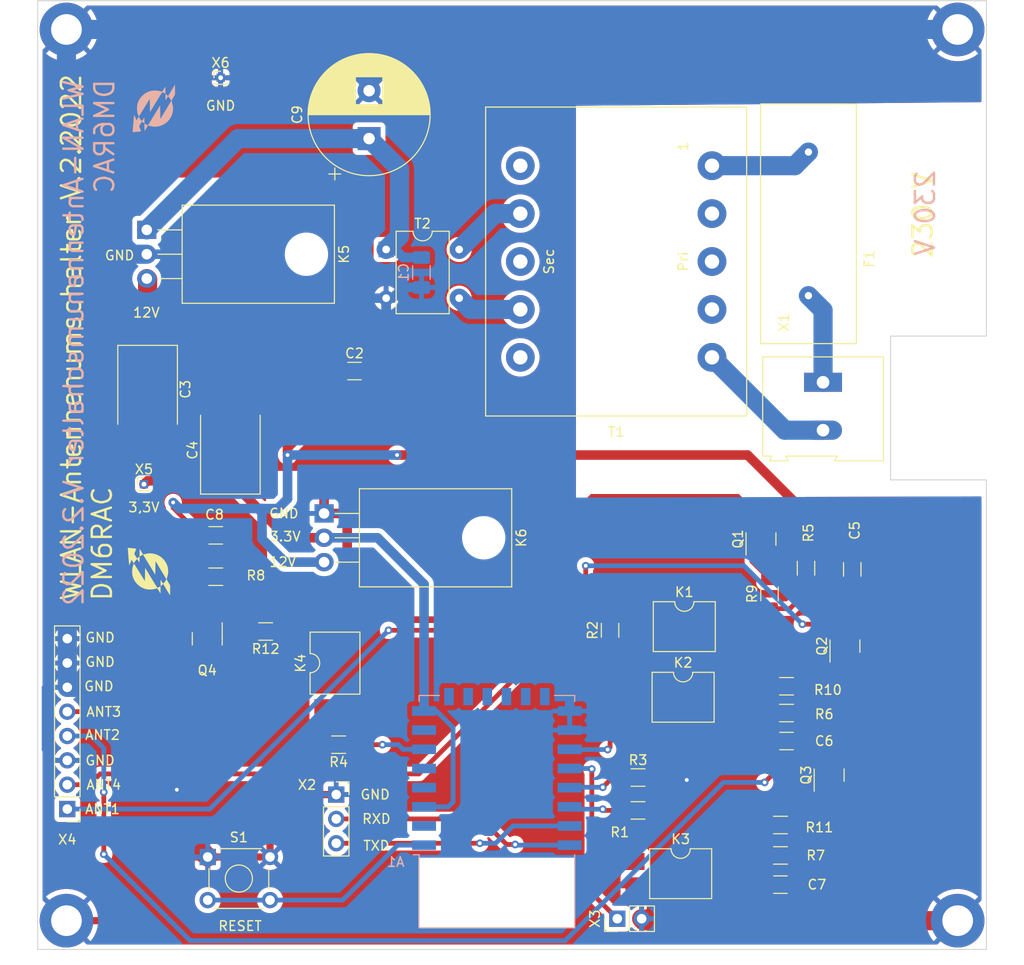
<source format=kicad_pcb>
(kicad_pcb (version 20211014) (generator pcbnew)
  (layers (0 "F.Cu" signal) (31 "B.Cu" signal) (34 "B.Paste" user) (35 "F.Paste" user) (36 "B.SilkS" user "B.Silkscreen") (37 "F.SilkS" user "F.Silkscreen") (38 "B.Mask" user) (39 "F.Mask" user) (44 "Edge.Cuts" user))
  (net 0 "")
  (net 1 "Net-(A1-Pad1)")
  (net 3 "+3V3")
  (net 6 "Net-(A1-Pad6)")
  (net 14 "GND")
  (net 15 "Net-(A1-Pad17)")
  (net 16 "Net-(A1-Pad18)")
  (net 17 "Net-(A1-Pad19)")
  (net 18 "Net-(A1-Pad20)")
  (net 19 "/TXD")
  (net 20 "/RXD")
  (net 21 "Net-(C1-Pad1)")
  (net 22 "+12V")
  (net 23 "Net-(C5-Pad2)")
  (net 24 "Net-(C6-Pad2)")
  (net 25 "Net-(C7-Pad2)")
  (net 26 "Net-(C8-Pad2)")
  (net 27 "Net-(F1-Pad1)")
  (net 28 "Net-(F1-Pad2)")
  (net 29 "Net-(K2-Pad1)")
  (net 30 "Net-(K3-Pad1)")
  (net 31 "Net-(K4-Pad1)")
  (net 32 "Net-(Q1-Pad1)")
  (net 33 "Net-(Q1-Pad3)")
  (net 34 "Net-(Q2-Pad1)")
  (net 35 "Net-(Q2-Pad3)")
  (net 36 "Net-(Q3-Pad1)")
  (net 37 "Net-(Q3-Pad3)")
  (net 38 "Net-(Q4-Pad1)")
  (net 39 "Net-(Q4-Pad3)")
  (net 40 "Net-(R2-Pad2)")
  (net 41 "Net-(T1-Pad5)")
  (net 42 "Net-(T1-Pad7)")
  (net 43 "Net-(T1-Pad9)")
  (footprint "Capacitor_SMD:C_1206_3216Metric_Pad1.33x1.80mm_HandSolder" (layer "F.Cu") (at 127.508 142.24 180)
    (fp_text reference "C7")
    (fp_text value "22n")
  )
  (footprint "Package_DIP:SMDIP-4_W9.53mm" (layer "F.Cu") (at 117.348 122.682)
    (fp_text reference "K2")
    (fp_text value "LTV-816S")
  )
  (footprint "Package_DIP:SMDIP-4_W9.53mm" (layer "F.Cu") (at 81.026 119.126 90)
    (fp_text reference "K4")
    (fp_text value "LTV-816S")
  )
  (footprint "Connector_PinHeader_2.54mm:PinHeader_1x08_P2.54mm_Vertical" (layer "F.Cu") (at 53.086 134.351 180)
    (fp_text reference "X4")
    (fp_text value "Conn_01x08")
  )
  (footprint "Connector_PinHeader_1.00mm:PinHeader_1x01_P1.00mm_Vertical" (layer "F.Cu") (at 61.087 100.457)
    (fp_text reference "X5")
    (fp_text value "3,3V")
  )
  (footprint "Resistor_SMD:R_1206_3216Metric_Pad1.30x1.75mm_HandSolder" (layer "F.Cu") (at 127.508 139.192 180)
    (fp_text reference "R7")
    (fp_text value "560k")
  )
  (footprint "Connector_PinSocket_2.54mm:PinSocket_1x03_P2.54mm_Vertical" (layer "F.Cu") (at 81.153 132.842)
    (fp_text reference "X2")
    (fp_text value "PROG")
  )
  (footprint "Resistor_SMD:R_1206_3216Metric_Pad1.30x1.75mm_HandSolder" (layer "F.Cu") (at 112.649 131.064)
    (fp_text reference "R3")
    (fp_text value "150")
  )
  (footprint "MountingHole:MountingHole_3.2mm_M3_DIN965_Pad" (layer "F.Cu") (at 146 53)
    (fp_text reference "H3" hide)
    (fp_text value "MountingHole_Pad")
  )
  (footprint "Resistor_SMD:R_1206_3216Metric_Pad1.30x1.75mm_HandSolder" (layer "F.Cu") (at 126.365 111.887 90)
    (fp_text reference "R9")
    (fp_text value "1k")
  )
  (footprint "Resistor_SMD:R_1206_3216Metric_Pad1.30x1.75mm_HandSolder" (layer "F.Cu") (at 109.728 115.697 90)
    (fp_text reference "R2")
    (fp_text value "150")
  )
  (footprint "MountingHole:MountingHole_3.2mm_M3_DIN965_Pad" (layer "F.Cu") (at 53 146)
    (fp_text reference "H2" hide)
    (fp_text value "MountingHole_Pad")
  )
  (footprint "Resistor_SMD:R_1206_3216Metric_Pad1.30x1.75mm_HandSolder" (layer "F.Cu") (at 130.175 109.22 -90)
    (fp_text reference "R5")
    (fp_text value "560k")
  )
  (footprint "Resistor_SMD:R_1206_3216Metric_Pad1.30x1.75mm_HandSolder" (layer "F.Cu") (at 127.508 136.017)
    (fp_text reference "R11")
    (fp_text value "1k")
  )
  (footprint "Capacitor_Tantalum_SMD:CP_EIA-7360-38_Kemet-E_Pad2.25x4.25mm_HandSolder" (layer "F.Cu") (at 61.468 90.551 -90)
    (fp_text reference "C3")
    (fp_text value "10µ")
  )
  (footprint "logo:Signet_EP" (layer "F.Cu") (at 61.595 109.601 90)
    (fp_text reference "G***" hide)
    (fp_text value "LOGO" hide)
  )
  (footprint "Package_DIP:SMDIP-4_W9.53mm" (layer "F.Cu") (at 117.475 115.316)
    (fp_text reference "K1")
    (fp_text value "LTV-816S")
  )
  (footprint "Capacitor_SMD:C_1206_3216Metric_Pad1.33x1.80mm_HandSolder" (layer "F.Cu") (at 68.58 105.791)
    (fp_text reference "C8")
    (fp_text value "22n")
  )
  (footprint "Resistor_SMD:R_1206_3216Metric_Pad1.30x1.75mm_HandSolder" (layer "F.Cu") (at 68.58 110.109)
    (fp_text reference "R8")
    (fp_text value "560k")
  )
  (footprint "Package_TO_SOT_SMD:SOT-23" (layer "F.Cu") (at 132.588 130.81 90)
    (fp_text reference "Q3")
    (fp_text value "IRLML6401")
  )
  (footprint "Fuse:Fuse_250V_20A" (layer "F.Cu") (at 130.429 80.779 90)
    (fp_text reference "F1")
    (fp_text value "0,1A")
  )
  (footprint "Package_DIP:SMDIP-4_W9.53mm" (layer "F.Cu") (at 117.094 141.097)
    (fp_text reference "K3")
    (fp_text value "LTV-816S")
  )
  (footprint "MountingHole:MountingHole_3.2mm_M3_DIN965_Pad" (layer "F.Cu") (at 146 146)
    (fp_text reference "H4" hide)
    (fp_text value "MountingHole_Pad")
  )
  (footprint "MountingHole:MountingHole_3.2mm_M3_DIN965_Pad" (layer "F.Cu") (at 53 53)
    (fp_text reference "H1" hide)
    (fp_text value "MountingHole_Pad")
  )
  (footprint "Resistor_SMD:R_1206_3216Metric_Pad1.30x1.75mm_HandSolder" (layer "F.Cu") (at 81.407 127.635 180)
    (fp_text reference "R4")
    (fp_text value "150")
  )
  (footprint "Capacitor_SMD:C_1206_3216Metric_Pad1.33x1.80mm_HandSolder" (layer "F.Cu") (at 135.001 109.347 -90)
    (fp_text reference "C5")
    (fp_text value "22n")
  )
  (footprint "Resistor_SMD:R_1206_3216Metric_Pad1.30x1.75mm_HandSolder" (layer "F.Cu") (at 112.649 134.493)
    (fp_text reference "R1")
    (fp_text value "150")
  )
  (footprint "Package_TO_SOT_SMD:SOT-23" (layer "F.Cu") (at 134.239 117.348 90)
    (fp_text reference "Q2")
    (fp_text value "IRLML6401")
  )
  (footprint "Capacitor_THT:CP_Radial_D12.5mm_P5.00mm" (layer "F.Cu") (at 84.582 64.389 90)
    (fp_text reference "C9")
    (fp_text value "1000µ")
  )
  (footprint "Diode_THT:Diode_Bridge_DIP-4_W7.62mm_P5.08mm" (layer "F.Cu") (at 86.36 75.959)
    (fp_text reference "T2")
    (fp_text value "DB107")
  )
  (footprint "Connector_PinHeader_1.00mm:PinHeader_1x01_P1.00mm_Vertical" (layer "F.Cu") (at 69.088 58.039)
    (fp_text reference "X6")
    (fp_text value "GND")
  )
  (footprint "Capacitor_SMD:C_1206_3216Metric_Pad1.33x1.80mm_HandSolder" (layer "F.Cu") (at 128.143 127.254 180)
    (fp_text reference "C6")
    (fp_text value "22n")
  )
  (footprint "Package_TO_SOT_THT:TO-220-3_Horizontal_TabDown" (layer "F.Cu") (at 61.382 73.914 -90)
    (fp_text reference "K5")
    (fp_text value "7812")
  )
  (footprint "TerminalBlock:TerminalBlock_Altech_AK300-2_P5.00mm" (layer "F.Cu") (at 131.953 89.818 -90)
    (fp_text reference "X1")
    (fp_text value "Screw_Terminal_01x02")
  )
  (footprint "Package_TO_SOT_SMD:SOT-23" (layer "F.Cu") (at 67.691 116.586 -90)
    (fp_text reference "Q4")
    (fp_text value "IRLML6401")
  )
  (footprint "Package_TO_SOT_THT:TO-220-3_Horizontal_TabDown" (layer "F.Cu") (at 79.883 103.505 -90)
    (fp_text reference "K6")
    (fp_text value "LM1086-3.3")
  )
  (footprint "Button_Switch_THT:SW_TH_Tactile_Omron_B3F-10xx" (layer "F.Cu") (at 67.743 139.355)
    (fp_text reference "S1")
    (fp_text value "SW_MEC_5E")
  )
  (footprint "Capacitor_SMD:C_1206_3216Metric_Pad1.33x1.80mm_HandSolder" (layer "F.Cu") (at 83.058 88.646)
    (fp_text reference "C2")
    (fp_text value "0,1µ")
  )
  (footprint "Transformer_THT:Transformer_CHK_EI30-2VA_1xSec" (layer "F.Cu") (at 120.363 67.216 180)
    (fp_text reference "T1")
    (fp_text value "EI30/18, 12V")
  )
  (footprint "Capacitor_Tantalum_SMD:CP_EIA-7360-38_Kemet-E_Pad2.25x4.25mm_HandSolder" (layer "F.Cu") (at 70.104 96.901 90)
    (fp_text reference "C4")
    (fp_text value "10µ")
  )
  (footprint "Resistor_SMD:R_1206_3216Metric_Pad1.30x1.75mm_HandSolder" (layer "F.Cu") (at 73.787 115.824 180)
    (fp_text reference "R12")
    (fp_text value "1k")
  )
  (footprint "Resistor_SMD:R_1206_3216Metric_Pad1.30x1.75mm_HandSolder" (layer "F.Cu") (at 128.143 124.333 180)
    (fp_text reference "R6")
    (fp_text value "560k")
  )
  (footprint "Package_TO_SOT_SMD:SOT-23" (layer "F.Cu") (at 125.476 106.172 90)
    (fp_text reference "Q1")
    (fp_text value "IRLML6401")
  )
  (footprint "Connector_PinHeader_2.54mm:PinHeader_1x02_P2.54mm_Vertical" (layer "F.Cu") (at 110.485 145.796 90)
    (fp_text reference "X3")
    (fp_text value "Jumper")
  )
  (footprint "Resistor_SMD:R_1206_3216Metric_Pad1.30x1.75mm_HandSolder" (layer "F.Cu") (at 128.143 121.539)
    (fp_text reference "R10")
    (fp_text value "1k")
  )
  (footprint "Capacitor_SMD:C_1206_3216Metric_Pad1.33x1.80mm_HandSolder" (layer "B.Cu") (at 90.043 78.359 -90)
    (fp_text reference "C1")
    (fp_text value "0,33µ")
  )
  (footprint "RF_Module:ESP-12E" (layer "B.Cu") (at 97.917 134.62)
    (fp_text reference "A1")
    (fp_text value "ESP-12E")
  )
  (footprint "logo:Signet_EP" (layer "B.Cu") (at 62.103 61.214 -90)
    (fp_text reference "G***" hide)
    (fp_text value "LOGO" hide)
  )
  (gr_line (start 149 100) (end 149 149) (layer "Edge.Cuts") (width 0.1))
  (gr_line (start 149 149) (end 50 149) (layer "Edge.Cuts") (width 0.1))
  (gr_line (start 139 85) (end 149 85) (layer "Edge.Cuts") (width 0.1))
  (gr_line (start 149 50) (end 149 85) (layer "Edge.Cuts") (width 0.1))
  (gr_line (start 50 50) (end 149 50) (layer "Edge.Cuts") (width 0.1))
  (gr_line (start 50 149) (end 50 50) (layer "Edge.Cuts") (width 0.1))
  (gr_line (start 139 100) (end 149 100) (layer "Edge.Cuts") (width 0.1))
  (gr_line (start 139 100) (end 139 85) (layer "Edge.Cuts") (width 0.1))
  (gr_text "WLAN-Antennenumschalter V.2.2022\nDM6RAC" (at 55.372 58.039 90) (layer "B.SilkS") (effects (font (size 2 2) (thickness 0.25)) (justify left mirror)))
  (gr_text "230 V" (at 142.621 72.136 90) (layer "B.SilkS") (effects (font (size 2 2) (thickness 0.25)) (justify mirror)))
  (gr_text "230 V" (at 142.367 72.39 90) (layer "F.SilkS") (effects (font (size 2 2) (thickness 0.25))))
  (gr_text "WLAN-Antennenumschalter V.2.2022\nDM6RAC" (at 55.118 112.776 90) (layer "F.SilkS") (effects (font (size 2 2) (thickness 0.25)) (justify left)))
  (gr_text "GND" (at 58.547 76.581) (layer "F.SilkS") (effects (font (size 1 1))))
  (gr_text "GND" (at 56.515 118.999) (layer "F.SilkS") (effects (font (size 1 1))))
  (gr_text "ANT3" (at 56.896 124.206) (layer "F.SilkS") (effects (font (size 1 1))))
  (gr_text "3,3V" (at 61.087 102.87) (layer "F.SilkS") (effects (font (size 1 1))))
  (gr_text "GND" (at 75.692 103.505) (layer "F.SilkS") (effects (font (size 1 1))))
  (gr_text "ANT1" (at 56.769 134.366) (layer "F.SilkS") (effects (font (size 1 1))))
  (gr_text "GND" (at 85.217 132.842) (layer "F.SilkS") (effects (font (size 1 1))))
  (gr_text "ANT2" (at 56.769 126.619) (layer "F.SilkS") (effects (font (size 1 1))))
  (gr_text "GND" (at 56.388 121.539) (layer "F.SilkS") (effects (font (size 1 1))))
  (gr_text "RESET" (at 71.12 146.558) (layer "F.SilkS") (effects (font (size 1 1))))
  (gr_text "GND" (at 56.515 129.286) (layer "F.SilkS") (effects (font (size 1 1))))
  (gr_text "GND" (at 69.088 60.96) (layer "F.SilkS") (effects (font (size 1 1))))
  (gr_text "ANT4" (at 56.896 131.826) (layer "F.SilkS") (effects (font (size 1 1))))
  (gr_text "GND" (at 56.515 116.459) (layer "F.SilkS") (effects (font (size 1 1))))
  (gr_text "RXD" (at 85.344 135.382) (layer "F.SilkS") (effects (font (size 1 1))))
  (gr_text "12V" (at 75.565 108.585) (layer "F.SilkS") (effects (font (size 1 1))))
  (gr_text "12V" (at 61.341 82.55) (layer "F.SilkS") (effects (font (size 1 1))))
  (gr_text "3.3V" (at 75.819 105.918) (layer "F.SilkS") (effects (font (size 1 1))))
  (gr_text "TXD" (at 85.344 138.176) (layer "F.SilkS") (effects (font (size 1 1))))
  (segment (start 87.559 138.12) (end 90.317 138.12) (width 0.5) (layer "B.Cu") (net 1))
  (segment (start 74.243 143.855) (end 81.824 143.855) (width 0.5) (layer "B.Cu") (net 1))
  (segment (start 67.743 143.855) (end 74.243 143.855) (width 0.5) (layer "B.Cu") (net 1))
  (segment (start 81.824 143.855) (end 87.559 138.12) (width 0.5) (layer "B.Cu") (net 1))
  (segment (start 70.104 100.101) (end 61.443 100.101) (width 1) (layer "F.Cu") (net 3))
  (segment (start 61.443 100.101) (end 61.087 100.457) (width 1) (layer "F.Cu") (net 3))
  (segment (start 76.048 106.045) (end 79.883 106.045) (width 1) (layer "F.Cu") (net 3))
  (segment (start 70.104 100.101) (end 76.048 106.045) (width 1) (layer "F.Cu") (net 3))
  (segment (start 93.345 133.604) (end 92.829 134.12) (width 0.5) (layer "B.Cu") (net 3))
  (segment (start 79.883 106.045) (end 85.471 106.045) (width 1) (layer "B.Cu") (net 3))
  (segment (start 93.345 125.857) (end 93.345 133.604) (width 0.5) (layer "B.Cu") (net 3))
  (segment (start 90.317 124.12) (end 91.608 124.12) (width 0.5) (layer "B.Cu") (net 3))
  (segment (start 92.829 134.12) (end 90.317 134.12) (width 0.5) (layer "B.Cu") (net 3))
  (segment (start 90.317 111.018) (end 90.317 110.891) (width 1) (layer "B.Cu") (net 3))
  (segment (start 85.471 106.045) (end 90.317 110.891) (width 1) (layer "B.Cu") (net 3))
  (segment (start 90.317 124.12) (end 90.317 111.018) (width 1) (layer "B.Cu") (net 3))
  (segment (start 91.608 124.12) (end 93.345 125.857) (width 0.5) (layer "B.Cu") (net 3))
  (segment (start 82.957 127.635) (end 85.979 127.635) (width 0.5) (layer "F.Cu") (net 6))
  (via (at 85.979 127.635) (size 0.8) (drill 0.4) (layers "F.Cu" "B.Cu") (net 6))
  (segment (start 85.979 127.635) (end 87.63 127.635) (width 0.5) (layer "B.Cu") (net 6))
  (segment (start 88.115 128.12) (end 90.317 128.12) (width 0.5) (layer "B.Cu") (net 6))
  (segment (start 87.63 127.635) (end 88.115 128.12) (width 0.5) (layer "B.Cu") (net 6))
  (segment (start 81.153 132.842) (end 76.962 132.842) (width 0.75) (layer "F.Cu") (net 14))
  (segment (start 85.739 96.026) (end 79.883 101.882) (width 1) (layer "F.Cu") (net 14))
  (segment (start 116.84 116.586) (end 112.71 116.586) (width 0.75) (layer "F.Cu") (net 14))
  (segment (start 120.498 123.952) (end 120.498 128.549) (width 0.75) (layer "F.Cu") (net 14))
  (segment (start 117.221 123.952) (end 120.498 123.952) (width 0.75) (layer "F.Cu") (net 14))
  (segment (start 117.221 123.952) (end 117.221 116.967) (width 0.75) (layer "F.Cu") (net 14))
  (segment (start 84.6205 88.646) (end 84.6205 90.9705) (width 1) (layer "F.Cu") (net 14))
  (segment (start 117.221 116.967) (end 117.602 116.586) (width 0.75) (layer "F.Cu") (net 14))
  (segment (start 84.6205 90.9705) (end 85.739 92.089) (width 1) (layer "F.Cu") (net 14))
  (segment (start 117.729 131.318) (end 117.729 141.986) (width 0.75) (layer "F.Cu") (net 14))
  (segment (start 67.743 139.355) (end 74.243 139.355) (width 0.75) (layer "F.Cu") (net 14))
  (segment (start 70.104 93.701) (end 61.518 93.701) (width 1) (layer "F.Cu") (net 14))
  (segment (start 117.221 123.952) (end 112.583 123.952) (width 0.75) (layer "F.Cu") (net 14))
  (segment (start 86.36 84.201) (end 86.36 81.039) (width 1) (layer "F.Cu") (net 14))
  (segment (start 85.739 92.089) (end 85.739 96.026) (width 1) (layer "F.Cu") (net 14))
  (segment (start 53 146) (end 57.962 146) (width 0.75) (layer "F.Cu") (net 14))
  (segment (start 57.962 146) (end 64.607 139.355) (width 0.75) (layer "F.Cu") (net 14))
  (segment (start 120.498 128.549) (end 117.729 131.318) (width 0.75) (layer "F.Cu") (net 14))
  (segment (start 76.962 132.842) (end 74.243 135.561) (width 0.75) (layer "F.Cu") (net 14))
  (segment (start 113.944 142.367) (end 113.944 144.877) (width 0.75) (layer "F.Cu") (net 14))
  (segment (start 146 146) (end 113.229 146) (width 2) (layer "F.Cu") (net 14))
  (segment (start 117.602 116.586) (end 122.24 116.586) (width 0.75) (layer "F.Cu") (net 14))
  (segment (start 117.221 116.967) (end 116.84 116.586) (width 0.75) (layer "F.Cu") (net 14))
  (segment (start 61.518 93.701) (end 61.468 93.751) (width 1) (layer "F.Cu") (net 14))
  (segment (start 64.516 132.334) (end 64.516 136.128) (width 2) (layer "F.Cu") (net 14))
  (segment (start 56.896 78.105) (end 56.896 89.179) (width 1) (layer "F.Cu") (net 14))
  (segment (start 58.547 76.454) (end 56.896 78.105) (width 1) (layer "F.Cu") (net 14))
  (segment (start 120.498 123.952) (end 122.113 123.952) (width 0.75) (layer "F.Cu") (net 14))
  (segment (start 113.229 146) (end 113.025 145.796) (width 2) (layer "F.Cu") (net 14))
  (segment (start 84.6205 85.9405) (end 86.36 84.201) (width 1) (layer "F.Cu") (net 14))
  (segment (start 113.944 142.367) (end 112.329 142.367) (width 0.75) (layer "F.Cu") (net 14))
  (segment (start 84.6205 88.646) (end 84.6205 85.9405) (width 1) (layer "F.Cu") (net 14))
  (segment (start 81.661 103.505) (end 82.296 104.14) (width 1) (layer "F.Cu") (net 14))
  (segment (start 117.348 142.367) (end 121.859 142.367) (width 0.75) (layer "F.Cu") (net 14))
  (segment (start 117.729 141.986) (end 117.348 142.367) (width 0.5) (layer "F.Cu") (net 14))
  (segment (start 56.896 89.179) (end 61.468 93.751) (width 1) (layer "F.Cu") (net 14))
  (segment (start 82.296 104.14) (end 82.296 123.891) (width 1) (layer "F.Cu") (net 14))
  (segment (start 79.883 101.882) (end 79.883 103.505) (width 1) (layer "F.Cu") (net 14))
  (segment (start 61.382 76.454) (end 58.547 76.454) (width 1) (layer "F.Cu") (net 14))
  (segment (start 64.607 139.355) (end 67.743 139.355) (width 0.75) (layer "F.Cu") (net 14))
  (segment (start 64.516 136.128) (end 67.743 139.355) (width 2) (layer "F.Cu") (net 14))
  (segment (start 79.883 103.505) (end 81.661 103.505) (width 1) (layer "F.Cu") (net 14))
  (segment (start 117.348 142.367) (end 113.944 142.367) (width 0.75) (layer "F.Cu") (net 14))
  (segment (start 74.243 135.561) (end 74.243 139.355) (width 0.75) (layer "F.Cu") (net 14))
  (segment (start 113.944 144.877) (end 113.025 145.796) (width 0.75) (layer "F.Cu") (net 14))
  (via (at 64.516 132.334) (size 0.8) (drill 0.4) (layers "F.Cu" "B.Cu") (net 14))
  (via (at 117.729 131.318) (size 0.8) (drill 0.4) (layers "F.Cu" "B.Cu") (net 14))
  (segment (start 53.34 76.454) (end 61.382 76.454) (width 2) (layer "B.Cu") (net 14))
  (segment (start 112.531 126.12) (end 117.729 131.318) (width 0.75) (layer "B.Cu") (net 14))
  (segment (start 88.138 79.9215) (end 90.043 79.9215) (width 1) (layer "B.Cu") (net 14))
  (segment (start 53 53) (end 53 61.554) (width 2) (layer "B.Cu") (net 14))
  (segment (start 64.516 127.889) (end 64.516 132.334) (width 2) (layer "B.Cu") (net 14))
  (segment (start 85.43 53) (end 69.002 53) (width 2) (layer "B.Cu") (net 14))
  (segment (start 75.197 81.039) (end 84.582 81.039) (width 1) (layer "B.Cu") (net 14))
  (segment (start 84.582 53.848) (end 85.43 53) (width 1) (layer "B.Cu") (net 14))
  (segment (start 53.086 116.571) (end 53.086 76.2) (width 2) (layer "B.Cu") (net 14))
  (segment (start 84.582 81.039) (end 87.0205 81.039) (width 1) (layer "B.Cu") (net 14))
  (segment (start 105.517 124.12) (end 105.517 105.263) (width 1) (layer "B.Cu") (net 14))
  (segment (start 51.801 129.271) (end 50.673 128.143) (width 0.5) (layer "B.Cu") (net 14))
  (segment (start 50.673 121.666) (end 53.086 119.253) (width 0.5) (layer "B.Cu") (net 14))
  (segment (start 69.088 58.039) (end 69.088 53.086) (width 0.5) (layer "B.Cu") (net 14))
  (segment (start 87.0205 81.039) (end 88.138 79.9215) (width 1) (layer "B.Cu") (net 14))
  (segment (start 69.088 53.086) (end 69.002 53) (width 0.5) (layer "B.Cu") (net 14))
  (segment (start 69.002 53) (end 53 53) (width 2) (layer "B.Cu") (net 14))
  (segment (start 53.086 121.651) (end 58.278 121.651) (width 2) (layer "B.Cu") (net 14))
  (segment (start 105.517 124.12) (end 105.517 126.12) (width 0.5) (layer "B.Cu") (net 14))
  (segment (start 105.517 105.263) (end 86.36 86.106) (width 1) (layer "B.Cu") (net 14))
  (segment (start 146 53) (end 85.43 53) (width 2) (layer "B.Cu") (net 14))
  (segment (start 84.582 59.389) (end 84.582 53.848) (width 2) (layer "B.Cu") (net 14))
  (segment (start 53.086 76.2) (end 53.34 76.454) (width 2) (layer "B.Cu") (net 14))
  (segment (start 86.36 86.106) (end 86.36 81.039) (width 1) (layer "B.Cu") (net 14))
  (segment (start 53.086 116.571) (end 53.086 119.111) (width 2) (layer "B.Cu") (net 14))
  (segment (start 58.278 121.651) (end 64.516 127.889) (width 2) (layer "B.Cu") (net 14))
  (segment (start 61.382 76.454) (end 70.612 76.454) (width 1) (layer "B.Cu") (net 14))
  (segment (start 70.612 76.454) (end 75.197 81.039) (width 1) (layer "B.Cu") (net 14))
  (segment (start 53.086 76.2) (end 53.086 61.64) (width 2) (layer "B.Cu") (net 14))
  (segment (start 53.086 119.253) (end 53.086 121.651) (width 2) (layer "B.Cu") (net 14))
  (segment (start 53.086 119.111) (end 53.086 119.253) (width 2) (layer "B.Cu") (net 14))
  (segment (start 53 61.554) (end 53.086 61.64) (width 2) (layer "B.Cu") (net 14))
  (segment (start 50.673 128.143) (end 50.673 121.666) (width 0.5) (layer "B.Cu") (net 14))
  (segment (start 105.517 126.12) (end 112.531 126.12) (width 0.75) (layer "B.Cu") (net 14))
  (segment (start 53.086 129.271) (end 51.801 129.271) (width 0.5) (layer "B.Cu") (net 14))
  (segment (start 109.728 127.889) (end 109.474 128.143) (width 0.5) (layer "F.Cu") (net 15))
  (segment (start 109.728 117.247) (end 109.728 127.889) (width 0.5) (layer "F.Cu") (net 15))
  (via (at 109.474 128.143) (size 0.8) (drill 0.4) (layers "F.Cu" "B.Cu") (net 15))
  (segment (start 105.54 128.143) (end 105.517 128.12) (width 0.5) (layer "B.Cu") (net 15))
  (segment (start 109.474 128.143) (end 105.54 128.143) (width 0.5) (layer "B.Cu") (net 15))
  (segment (start 107.823 143.134) (end 110.485 145.796) (width 0.5) (layer "F.Cu") (net 16))
  (segment (start 107.823 130.175) (end 107.823 143.134) (width 0.5) (layer "F.Cu") (net 16))
  (via (at 107.823 130.175) (size 0.8) (drill 0.4) (layers "F.Cu" "B.Cu") (net 16))
  (segment (start 107.768 130.12) (end 107.823 130.175) (width 0.5) (layer "B.Cu") (net 16))
  (segment (start 105.517 130.12) (end 107.768 130.12) (width 0.5) (layer "B.Cu") (net 16))
  (segment (start 109.982 131.064) (end 108.966 132.08) (width 0.5) (layer "F.Cu") (net 17))
  (segment (start 111.099 131.064) (end 109.982 131.064) (width 0.5) (layer "F.Cu") (net 17))
  (via (at 108.966 132.08) (size 0.8) (drill 0.4) (layers "F.Cu" "B.Cu") (net 17))
  (segment (start 105.557 132.08) (end 105.517 132.12) (width 0.5) (layer "B.Cu") (net 17))
  (segment (start 108.966 132.08) (end 105.557 132.08) (width 0.5) (layer "B.Cu") (net 17))
  (segment (start 109.093 134.493) (end 108.966 134.366) (width 0.5) (layer "F.Cu") (net 18))
  (segment (start 111.099 134.493) (end 109.093 134.493) (width 0.5) (layer "F.Cu") (net 18))
  (via (at 108.966 134.366) (size 0.8) (drill 0.4) (layers "F.Cu" "B.Cu") (net 18))
  (segment (start 108.966 134.366) (end 105.763 134.366) (width 0.5) (layer "B.Cu") (net 18))
  (segment (start 105.763 134.366) (end 105.517 134.12) (width 0.5) (layer "B.Cu") (net 18))
  (segment (start 81.153 137.922) (end 96.139 137.922) (width 0.5) (layer "F.Cu") (net 19))
  (via (at 96.139 137.922) (size 0.8) (drill 0.4) (layers "F.Cu" "B.Cu") (net 19))
  (segment (start 97.79 137.922) (end 99.592 136.12) (width 0.5) (layer "B.Cu") (net 19))
  (segment (start 96.139 137.922) (end 97.79 137.922) (width 0.5) (layer "B.Cu") (net 19))
  (segment (start 99.592 136.12) (end 105.517 136.12) (width 0.5) (layer "B.Cu") (net 19))
  (segment (start 98.933 138.049) (end 99.822 138.049) (width 0.5) (layer "F.Cu") (net 20))
  (segment (start 81.153 135.382) (end 96.266 135.382) (width 0.5) (layer "F.Cu") (net 20))
  (segment (start 96.266 135.382) (end 98.933 138.049) (width 0.5) (layer "F.Cu") (net 20))
  (via (at 99.822 138.049) (size 0.8) (drill 0.4) (layers "F.Cu" "B.Cu") (net 20))
  (segment (start 99.893 138.12) (end 105.517 138.12) (width 0.5) (layer "B.Cu") (net 20))
  (segment (start 99.822 138.049) (end 99.893 138.12) (width 0.5) (layer "B.Cu") (net 20))
  (segment (start 61.382 73.914) (end 70.907 64.389) (width 2) (layer "B.Cu") (net 21))
  (segment (start 88.138 76.7965) (end 90.043 76.7965) (width 1) (layer "B.Cu") (net 21))
  (segment (start 70.907 64.389) (end 84.582 64.389) (width 2) (layer "B.Cu") (net 21))
  (segment (start 87.757 67.564) (end 87.757 74.562) (width 2) (layer "B.Cu") (net 21))
  (segment (start 87.3005 75.959) (end 88.138 76.7965) (width 1) (layer "B.Cu") (net 21))
  (segment (start 87.757 74.562) (end 86.36 75.959) (width 2) (layer "B.Cu") (net 21))
  (segment (start 84.582 64.389) (end 87.757 67.564) (width 2) (layer "B.Cu") (net 21))
  (segment (start 129.7055 127.254) (end 129.7055 124.3455) (width 0.75) (layer "F.Cu") (net 22))
  (segment (start 131.318 139.192) (end 129.058 139.192) (width 0.75) (layer "F.Cu") (net 22))
  (segment (start 135.189 118.2855) (end 135.189 126.939) (width 0.75) (layer "F.Cu") (net 22))
  (segment (start 135.189 118.2855) (end 135.4605 118.2855) (width 0.75) (layer "F.Cu") (net 22))
  (segment (start 61.468 87.351) (end 61.468 79.08) (width 2) (layer "F.Cu") (net 22))
  (segment (start 67.0175 110.0965) (end 67.03 110.109) (width 1) (layer "F.Cu") (net 22))
  (segment (start 67.03 115.3595) (end 66.741 115.6485) (width 0.5) (layer "F.Cu") (net 22))
  (segment (start 81.4955 88.646) (end 81.4955 93.9025) (width 1) (layer "F.Cu") (net 22))
  (segment (start 130.2895 107.7845) (end 130.175 107.67) (width 0.75) (layer "F.Cu") (net 22))
  (segment (start 62.078 86.741) (end 61.468 87.351) (width 2) (layer "F.Cu") (net 22))
  (segment (start 124.079 97.409) (end 87.503 97.409) (width 1) (layer "F.Cu") (net 22))
  (segment (start 76.073 96.647) (end 76.073 97.409) (width 1) (layer "F.Cu") (net 22))
  (segment (start 64.135 102.9085) (end 67.0175 105.791) (width 0.5) (layer "F.Cu") (net 22))
  (segment (start 79.5905 86.741) (end 62.078 86.741) (width 2) (layer "F.Cu") (net 22))
  (segment (start 134.874 127.254) (end 135.763 128.143) (width 0.75) (layer "F.Cu") (net 22))
  (segment (start 67.0175 105.791) (end 67.0175 110.0965) (width 0.5) (layer "F.Cu") (net 22))
  (segment (start 130.175 107.67) (end 126.9865 107.67) (width 0.75) (layer "F.Cu") (net 22))
  (segment (start 67.03 110.109) (end 67.03 115.3595) (width 0.5) (layer "F.Cu") (net 22))
  (segment (start 81.4955 88.646) (end 79.5905 86.741) (width 2) (layer "F.Cu") (net 22))
  (segment (start 135.763 128.143) (end 135.763 129.5225) (width 0.75) (layer "F.Cu") (net 22))
  (segment (start 126.9865 107.67) (end 126.426 107.1095) (width 0.75) (layer "F.Cu") (net 22))
  (segment (start 138.303 109.474) (end 136.6135 107.7845) (width 0.75) (layer "F.Cu") (net 22))
  (segment (start 81.4955 93.9025) (end 81.139 94.259) (width 1) (layer "F.Cu") (net 22))
  (segment (start 130.175 103.505) (end 124.079 97.409) (width 1) (layer "F.Cu") (net 22))
  (segment (start 129.058 142.2275) (end 129.0705 142.24) (width 0.75) (layer "F.Cu") (net 22))
  (segment (start 136.6135 107.7845) (end 135.001 107.7845) (width 0.75) (layer "F.Cu") (net 22))
  (segment (start 138.303 115.443) (end 138.303 109.474) (width 0.75) (layer "F.Cu") (net 22))
  (segment (start 130.175 107.67) (end 130.175 103.505) (width 1) (layer "F.Cu") (net 22))
  (segment (start 64.135 102.362) (end 64.135 102.9085) (width 0.5) (layer "F.Cu") (net 22))
  (segment (start 61.468 79.08) (end 61.382 78.994) (width 2) (layer "F.Cu") (net 22))
  (segment (start 129.058 139.192) (end 129.058 142.2275) (width 0.75) (layer "F.Cu") (net 22))
  (segment (start 78.461 94.259) (end 76.708 96.012) (width 1) (layer "F.Cu") (net 22))
  (segment (start 131.318 139.192) (end 133.538 136.972) (width 0.75) (layer "F.Cu") (net 22))
  (segment (start 135.763 129.5225) (end 133.538 131.7475) (width 0.75) (layer "F.Cu") (net 22))
  (segment (start 134.874 127.254) (end 129.7055 127.254) (width 0.75) (layer "F.Cu") (net 22))
  (segment (start 135.4605 118.2855) (end 138.303 115.443) (width 0.75) (layer "F.Cu") (net 22))
  (segment (start 135.001 107.7845) (end 130.2895 107.7845) (width 0.75) (layer "F.Cu") (net 22))
  (segment (start 135.189 126.939) (end 134.874 127.254) (width 0.75) (layer "F.Cu") (net 22))
  (segment (start 81.139 94.259) (end 78.461 94.259) (width 1) (layer "F.Cu") (net 22))
  (segment (start 133.538 136.972) (end 133.538 131.7475) (width 0.75) (layer "F.Cu") (net 22))
  (segment (start 76.708 96.012) (end 76.073 96.647) (width 1) (layer "F.Cu") (net 22))
  (segment (start 129.7055 124.3455) (end 129.693 124.333) (width 0.75) (layer "F.Cu") (net 22))
  (via (at 64.135 102.362) (size 0.8) (drill 0.4) (layers "F.Cu" "B.Cu") (net 22))
  (via (at 87.503 97.409) (size 0.8) (drill 0.4) (layers "F.Cu" "B.Cu") (net 22))
  (via (at 76.073 97.409) (size 0.8) (drill 0.4) (layers "F.Cu" "B.Cu") (net 22))
  (segment (start 75.184 102.87) (end 75.057 102.997) (width 1) (layer "B.Cu") (net 22))
  (segment (start 64.77 102.997) (end 64.135 102.362) (width 1) (layer "B.Cu") (net 22))
  (segment (start 75.057 102.997) (end 73.406 102.997) (width 1) (layer "B.Cu") (net 22))
  (segment (start 76.073 97.409) (end 76.073 101.981) (width 1) (layer "B.Cu") (net 22))
  (segment (start 79.883 108.585) (end 75.819 108.585) (width 1) (layer "B.Cu") (net 22))
  (segment (start 76.073 97.409) (end 87.503 97.409) (width 1) (layer "B.Cu") (net 22))
  (segment (start 73.406 102.997) (end 64.77 102.997) (width 1) (layer "B.Cu") (net 22))
  (segment (start 73.406 106.172) (end 73.406 102.997) (width 1) (layer "B.Cu") (net 22))
  (segment (start 76.073 101.981) (end 75.184 102.87) (width 1) (layer "B.Cu") (net 22))
  (segment (start 75.819 108.585) (end 73.406 106.172) (width 1) (layer "B.Cu") (net 22))
  (segment (start 126.365 113.437) (end 122.849 113.437) (width 0.5) (layer "F.Cu") (net 23))
  (segment (start 130.175 110.77) (end 134.8615 110.77) (width 0.5) (layer "F.Cu") (net 23))
  (segment (start 134.8615 110.77) (end 135.001 110.9095) (width 0.5) (layer "F.Cu") (net 23))
  (segment (start 130.175 111.76) (end 128.498 113.437) (width 0.5) (layer "F.Cu") (net 23))
  (segment (start 130.175 110.77) (end 130.175 111.76) (width 0.5) (layer "F.Cu") (net 23))
  (segment (start 128.498 113.437) (end 126.365 113.437) (width 0.5) (layer "F.Cu") (net 23))
  (segment (start 122.849 113.437) (end 122.24 114.046) (width 0.5) (layer "F.Cu") (net 23))
  (segment (start 126.466 121.412) (end 126.593 121.539) (width 0.5) (layer "F.Cu") (net 24))
  (segment (start 126.593 124.333) (end 126.593 127.2415) (width 0.5) (layer "F.Cu") (net 24))
  (segment (start 122.113 121.412) (end 126.466 121.412) (width 0.5) (layer "F.Cu") (net 24))
  (segment (start 126.593 121.539) (end 126.593 124.333) (width 0.5) (layer "F.Cu") (net 24))
  (segment (start 126.593 127.2415) (end 126.5805 127.254) (width 0.5) (layer "F.Cu") (net 24))
  (segment (start 125.958 136.017) (end 125.958 139.192) (width 0.5) (layer "F.Cu") (net 25))
  (segment (start 125.958 142.2275) (end 125.9455 142.24) (width 0.5) (layer "F.Cu") (net 25))
  (segment (start 122.494 139.192) (end 121.859 139.827) (width 0.5) (layer "F.Cu") (net 25))
  (segment (start 125.958 139.192) (end 125.958 142.2275) (width 0.5) (layer "F.Cu") (net 25))
  (segment (start 125.958 139.192) (end 122.494 139.192) (width 0.5) (layer "F.Cu") (net 25))
  (segment (start 75.337 115.824) (end 79.604 115.824) (width 0.5) (layer "F.Cu") (net 26))
  (segment (start 70.1425 110.0965) (end 70.13 110.109) (width 0.5) (layer "F.Cu") (net 26))
  (segment (start 75.337 113.691) (end 75.337 115.824) (width 0.5) (layer "F.Cu") (net 26))
  (segment (start 71.755 110.109) (end 75.337 113.691) (width 0.5) (layer "F.Cu") (net 26))
  (segment (start 79.604 114.513) (end 79.756 114.361) (width 0.5) (layer "F.Cu") (net 26))
  (segment (start 70.13 110.109) (end 71.755 110.109) (width 0.5) (layer "F.Cu") (net 26))
  (segment (start 79.604 115.824) (end 79.604 114.513) (width 0.5) (layer "F.Cu") (net 26))
  (segment (start 70.1425 105.791) (end 70.1425 110.0965) (width 0.5) (layer "F.Cu") (net 26))
  (segment (start 131.953 82.303) (end 130.429 80.779) (width 2) (layer "B.Cu") (net 27))
  (segment (start 131.953 89.818) (end 131.953 82.303) (width 2) (layer "B.Cu") (net 27))
  (segment (start 129.006 67.216) (end 130.429 65.793) (width 2) (layer "B.Cu") (net 28))
  (segment (start 120.363 67.216) (end 129.006 67.216) (width 2) (layer "B.Cu") (net 28))
  (segment (start 110.871 121.412) (end 112.583 121.412) (width 0.5) (layer "F.Cu") (net 29))
  (segment (start 112.421 128.042) (end 110.617 126.238) (width 0.5) (layer "F.Cu") (net 29))
  (segment (start 114.199 131.064) (end 114.199 128.042) (width 0.5) (layer "F.Cu") (net 29))
  (segment (start 114.199 128.042) (end 112.421 128.042) (width 0.5) (layer "F.Cu") (net 29))
  (segment (start 110.617 121.666) (end 110.871 121.412) (width 0.5) (layer "F.Cu") (net 29))
  (segment (start 110.617 126.238) (end 110.617 121.666) (width 0.5) (layer "F.Cu") (net 29))
  (segment (start 112.329 138.115) (end 112.329 139.827) (width 0.5) (layer "F.Cu") (net 30))
  (segment (start 114.199 136.245) (end 112.329 138.115) (width 0.5) (layer "F.Cu") (net 30))
  (segment (start 114.199 136.245) (end 114.199 134.493) (width 0.5) (layer "F.Cu") (net 30))
  (segment (start 79.857 127.635) (end 79.857 123.992) (width 0.5) (layer "F.Cu") (net 31))
  (segment (start 79.857 123.992) (end 79.756 123.891) (width 0.5) (layer "F.Cu") (net 31))
  (segment (start 124.526 107.1095) (end 124.526 108.498) (width 0.5) (layer "F.Cu") (net 32))
  (segment (start 124.526 108.498) (end 126.365 110.337) (width 0.5) (layer "F.Cu") (net 32))
  (segment (start 86.614 115.697) (end 102.489 115.697) (width 0.5) (layer "F.Cu") (net 33))
  (segment (start 125.476 104.14) (end 125.476 105.2345) (width 0.5) (layer "F.Cu") (net 33))
  (segment (start 123.063 101.727) (end 125.476 104.14) (width 0.5) (layer "F.Cu") (net 33))
  (segment (start 105.664 112.522) (end 105.664 103.886) (width 0.5) (layer "F.Cu") (net 33))
  (segment (start 107.823 101.727) (end 123.063 101.727) (width 0.5) (layer "F.Cu") (net 33))
  (segment (start 102.489 115.697) (end 105.664 112.522) (width 0.5) (layer "F.Cu") (net 33))
  (segment (start 105.664 103.886) (end 107.823 101.727) (width 0.5) (layer "F.Cu") (net 33))
  (via (at 86.614 115.697) (size 0.8) (drill 0.4) (layers "F.Cu" "B.Cu") (net 33))
  (segment (start 67.96 134.351) (end 53.086 134.351) (width 0.5) (layer "B.Cu") (net 33))
  (segment (start 86.614 115.697) (end 67.96 134.351) (width 0.5) (layer "B.Cu") (net 33))
  (segment (start 133.289 118.2855) (end 130.2535 118.2855) (width 0.5) (layer "F.Cu") (net 34))
  (segment (start 130.2535 118.2855) (end 129.693 118.846) (width 0.5) (layer "F.Cu") (net 34))
  (segment (start 129.693 118.846) (end 129.693 121.539) (width 0.5) (layer "F.Cu") (net 34))
  (segment (start 56.515 130.683) (end 55.387 131.811) (width 0.5) (layer "F.Cu") (net 35))
  (segment (start 134.239 115.824) (end 133.477 115.062) (width 0.5) (layer "F.Cu") (net 35))
  (segment (start 107.188 108.966) (end 107.188 113.284) (width 0.5) (layer "F.Cu") (net 35))
  (segment (start 134.239 116.4105) (end 134.239 115.824) (width 0.5) (layer "F.Cu") (net 35))
  (segment (start 107.188 113.284) (end 89.789 130.683) (width 0.5) (layer "F.Cu") (net 35))
  (segment (start 133.477 115.062) (end 129.794 115.062) (width 0.5) (layer "F.Cu") (net 35))
  (segment (start 55.387 131.811) (end 53.086 131.811) (width 0.5) (layer "F.Cu") (net 35))
  (segment (start 89.789 130.683) (end 56.515 130.683) (width 0.5) (layer "F.Cu") (net 35))
  (via (at 129.794 115.062) (size 0.8) (drill 0.4) (layers "F.Cu" "B.Cu") (net 35))
  (via (at 107.188 108.966) (size 0.8) (drill 0.4) (layers "F.Cu" "B.Cu") (net 35))
  (segment (start 123.698 108.966) (end 107.188 108.966) (width 0.5) (layer "B.Cu") (net 35))
  (segment (start 129.794 115.062) (end 123.698 108.966) (width 0.5) (layer "B.Cu") (net 35))
  (segment (start 130.3805 131.7475) (end 129.058 133.07) (width 0.5) (layer "F.Cu") (net 36))
  (segment (start 131.638 131.7475) (end 130.3805 131.7475) (width 0.5) (layer "F.Cu") (net 36))
  (segment (start 129.058 133.07) (end 129.058 136.017) (width 0.5) (layer "F.Cu") (net 36))
  (segment (start 127.5565 129.8725) (end 125.857 131.572) (width 0.5) (layer "F.Cu") (net 37))
  (segment (start 56.896 139.065) (end 56.896 133.223) (width 0.5) (layer "F.Cu") (net 37))
  (segment (start 56.896 133.223) (end 56.896 132.588) (width 0.5) (layer "F.Cu") (net 37))
  (segment (start 132.4125 129.8725) (end 127.5565 129.8725) (width 0.5) (layer "F.Cu") (net 37))
  (segment (start 132.588 129.8725) (end 132.4125 129.8725) (width 0.5) (layer "F.Cu") (net 37))
  (via (at 56.896 132.588) (size 0.8) (drill 0.4) (layers "F.Cu" "B.Cu") (net 37))
  (via (at 56.896 139.065) (size 0.8) (drill 0.4) (layers "F.Cu" "B.Cu") (net 37))
  (via (at 125.857 131.572) (size 0.8) (drill 0.4) (layers "F.Cu" "B.Cu") (net 37))
  (segment (start 105.048582 148.082) (end 65.913 148.082) (width 0.5) (layer "B.Cu") (net 37))
  (segment (start 121.558582 131.572) (end 105.048582 148.082) (width 0.5) (layer "B.Cu") (net 37))
  (segment (start 125.857 131.572) (end 121.558582 131.572) (width 0.5) (layer "B.Cu") (net 37))
  (segment (start 56.896 132.588) (end 56.896 128.016) (width 0.5) (layer "B.Cu") (net 37))
  (segment (start 65.913 148.082) (end 56.896 139.065) (width 0.5) (layer "B.Cu") (net 37))
  (segment (start 56.896 128.016) (end 55.611 126.731) (width 0.5) (layer "B.Cu") (net 37))
  (segment (start 55.611 126.731) (end 53.086 126.731) (width 0.5) (layer "B.Cu") (net 37))
  (segment (start 68.641 115.6485) (end 72.0615 115.6485) (width 0.5) (layer "F.Cu") (net 38))
  (segment (start 72.0615 115.6485) (end 72.237 115.824) (width 0.5) (layer "F.Cu") (net 38))
  (segment (start 67.691 117.5235) (end 61.0235 124.191) (width 0.5) (layer "F.Cu") (net 39))
  (segment (start 61.0235 124.191) (end 53.086 124.191) (width 0.5) (layer "F.Cu") (net 39))
  (segment (start 112.609 114.147) (end 112.71 114.046) (width 0.5) (layer "F.Cu") (net 40))
  (segment (start 109.728 114.147) (end 112.609 114.147) (width 0.5) (layer "F.Cu") (net 40))
  (segment (start 127.965 94.818) (end 131.953 94.818) (width 2) (layer "B.Cu") (net 41))
  (segment (start 120.363 87.216) (end 127.965 94.818) (width 2) (layer "B.Cu") (net 41))
  (segment (start 100.363 82.216) (end 95.157 82.216) (width 2) (layer "B.Cu") (net 42))
  (segment (start 95.157 82.216) (end 93.98 81.039) (width 2) (layer "B.Cu") (net 42))
  (segment (start 97.723 72.216) (end 93.98 75.959) (width 2) (layer "B.Cu") (net 43))
  (segment (start 100.363 72.216) (end 97.723 72.216) (width 2) (layer "B.Cu") (net 43))
  (zone (net 14) (net_name "GND") (layers F&B.Cu) (connect_pads (clearance 0.508)) (min_thickness 0.254) (fill yes (thermal_gap 0.508) (thermal_bridge_width 0.508))
    (polygon (pts (xy 149.098 60.579) (xy 106.172 60.96) (xy 106.172 101.854) (xy 148.971 101.727) (xy 148.844 148.844) (xy 50.165 148.844) (xy 50.292 50.546) (xy 50.292 50.292) (xy 148.971 50.165)))
  )
  (zone (net 0) (net_name "") (layer "F.Cu") (connect_pads (clearance 0)) (min_thickness 0.254)
    (keepout (tracks allowed) (vias allowed) (pads allowed) (copperpour not_allowed) (footprints allowed))
    (fill (thermal_gap 0.508) (thermal_bridge_width 0.508))
    (polygon (pts (xy 84.582 84.201) (xy 57.785 84.201) (xy 57.658 68.453) (xy 84.455 68.453)))
  )
  (zone (net 0) (net_name "") (layer "F.Cu") (connect_pads (clearance 0)) (min_thickness 0.254)
    (keepout (tracks allowed) (vias allowed) (pads allowed) (copperpour not_allowed) (footprints allowed))
    (fill (thermal_gap 0.508) (thermal_bridge_width 0.508))
    (polygon (pts (xy 105.156 114.3) (xy 74.041 114.173) (xy 73.787 99.06) (xy 105.283 99.06)))
  )
)
</source>
